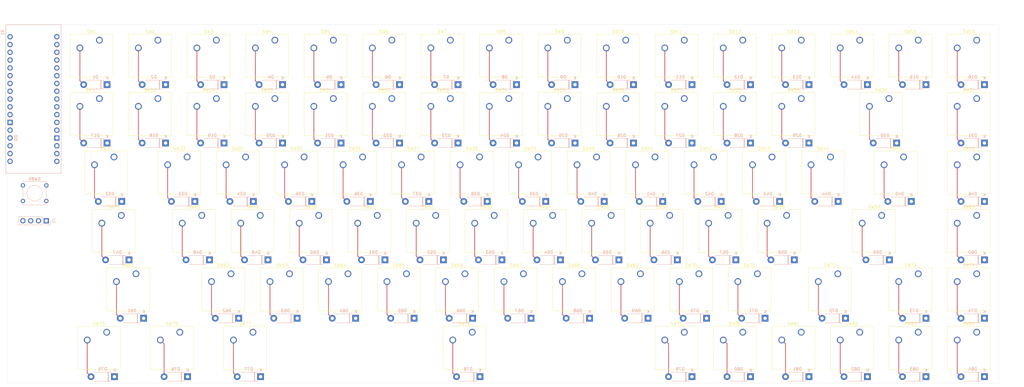
<source format=kicad_pcb>
(kicad_pcb (version 20240108) (generator "pcbnew") (generator_version "8.0")
  (layers (0 "F.Cu" signal) (31 "B.Cu" signal) (34 "B.Paste" user) (35 "F.Paste" user) (36 "B.SilkS" user "B.Silkscreen") (37 "F.SilkS" user "F.Silkscreen") (38 "B.Mask" user) (39 "F.Mask" user) (44 "Edge.Cuts" user))
  (net 0 "")
  (net 1 "ROW0")
  (net 2 "Net-(D1-A)")
  (net 3 "Net-(D2-A)")
  (net 4 "Net-(D3-A)")
  (net 5 "ROW1")
  (net 6 "Net-(D4-A)")
  (net 7 "COL0")
  (net 8 "COL1")
  (net 9 "Net-(D5-A)")
  (net 10 "Net-(D6-A)")
  (net 11 "Net-(D7-A)")
  (net 12 "Net-(D8-A)")
  (net 13 "Net-(D9-A)")
  (net 14 "Net-(D10-A)")
  (net 15 "Net-(D11-A)")
  (net 16 "Net-(D12-A)")
  (net 17 "Net-(D13-A)")
  (net 18 "Net-(D14-A)")
  (net 19 "Net-(D15-A)")
  (net 20 "Net-(D16-A)")
  (net 21 "Net-(D17-A)")
  (net 22 "Net-(D18-A)")
  (net 23 "Net-(D19-A)")
  (net 24 "Net-(D20-A)")
  (net 25 "Net-(D21-A)")
  (net 26 "Net-(D22-A)")
  (net 27 "Net-(D23-A)")
  (net 28 "Net-(D24-A)")
  (net 29 "Net-(D25-A)")
  (net 30 "Net-(D26-A)")
  (net 31 "Net-(D27-A)")
  (net 32 "Net-(D28-A)")
  (net 33 "Net-(D29-A)")
  (net 34 "Net-(D30-A)")
  (net 35 "Net-(D31-A)")
  (net 36 "ROW2")
  (net 37 "Net-(D32-A)")
  (net 38 "Net-(D33-A)")
  (net 39 "Net-(D34-A)")
  (net 40 "Net-(D35-A)")
  (net 41 "Net-(D36-A)")
  (net 42 "Net-(D37-A)")
  (net 43 "Net-(D38-A)")
  (net 44 "Net-(D39-A)")
  (net 45 "Net-(D40-A)")
  (net 46 "Net-(D41-A)")
  (net 47 "Net-(D42-A)")
  (net 48 "Net-(D43-A)")
  (net 49 "Net-(D44-A)")
  (net 50 "Net-(D45-A)")
  (net 51 "Net-(D46-A)")
  (net 52 "Net-(D47-A)")
  (net 53 "ROW3")
  (net 54 "Net-(D48-A)")
  (net 55 "Net-(D49-A)")
  (net 56 "Net-(D50-A)")
  (net 57 "Net-(D51-A)")
  (net 58 "Net-(D52-A)")
  (net 59 "Net-(D53-A)")
  (net 60 "Net-(D54-A)")
  (net 61 "Net-(D55-A)")
  (net 62 "Net-(D56-A)")
  (net 63 "Net-(D57-A)")
  (net 64 "Net-(D58-A)")
  (net 65 "Net-(D59-A)")
  (net 66 "Net-(D60-A)")
  (net 67 "ROW4")
  (net 68 "Net-(D61-A)")
  (net 69 "Net-(D62-A)")
  (net 70 "Net-(D63-A)")
  (net 71 "Net-(D64-A)")
  (net 72 "Net-(D65-A)")
  (net 73 "Net-(D66-A)")
  (net 74 "Net-(D67-A)")
  (net 75 "Net-(D68-A)")
  (net 76 "Net-(D69-A)")
  (net 77 "Net-(D70-A)")
  (net 78 "Net-(D71-A)")
  (net 79 "Net-(D72-A)")
  (net 80 "Net-(D73-A)")
  (net 81 "Net-(D74-A)")
  (net 82 "ROW5")
  (net 83 "Net-(D75-A)")
  (net 84 "Net-(D76-A)")
  (net 85 "Net-(D77-A)")
  (net 86 "Net-(D78-A)")
  (net 87 "Net-(D79-A)")
  (net 88 "Net-(D80-A)")
  (net 89 "Net-(D81-A)")
  (net 90 "Net-(D82-A)")
  (net 91 "Net-(D83-A)")
  (net 92 "Net-(D84-A)")
  (net 93 "COL2")
  (net 94 "COL3")
  (net 95 "COL4")
  (net 96 "COL5")
  (net 97 "COL6")
  (net 98 "COL7")
  (net 99 "COL8")
  (net 100 "COL9")
  (net 101 "COL10")
  (net 102 "COL11")
  (net 103 "COL12")
  (net 104 "COL13")
  (net 105 "COL14")
  (net 106 "COL15")
  (net 107 "/RX")
  (net 108 "/TX")
  (net 109 "GND")
  (net 110 "VCC")
  (net 111 "Net-(A1-RESET-PadRST1)")
  (footprint "my_cherry:SW_Cherry_MX_1.00u_PCB" (layer "F.Cu") (at 228.55 69.15)
    (property "Reference" "SW26")
    (property "Value" "SW_Push")
  )
  (footprint "my_cherry:SW_Cherry_MX_1.00u_PCB" (layer "F.Cu") (at 266.65 50.1)
    (property "Reference" "SW12")
    (property "Value" "SW_Push")
  )
  (footprint "my_cherry:SW_Cherry_MX_1.00u_PCB" (layer "F.Cu") (at 99.9625 126.3)
    (property "Reference" "SW62")
    (property "Value" "SW_Push")
  )
  (footprint "my_cherry:SW_Cherry_MX_1.00u_PCB" (layer "F.Cu") (at 323.8 50.1)
    (property "Reference" "SW15")
    (property "Value" "SW_Push")
  )
  (footprint "my_cherry:SW_Cherry_MX_1.00u_PCB" (layer "F.Cu") (at 342.85 145.35)
    (property "Reference" "SW84")
    (property "Value" "SW_Push")
  )
  (footprint "my_cherry:SW_Cherry_MX_1.00u_PCB" (layer "F.Cu") (at 161.875 88.2)
    (property "Reference" "SW37")
    (property "Value" "SW_Push")
  )
  (footprint "my_cherry:SW_Cherry_MX_1.00u_PCB" (layer "F.Cu") (at 178.54375 145.35)
    (property "Reference" "SW78")
    (property "Value" "SW_Push")
  )
  (footprint "my_cherry:SW_Cherry_MX_1.00u_PCB" (layer "F.Cu") (at 185.6875 107.25)
    (property "Reference" "SW53")
    (property "Value" "SW_Push")
  )
  (footprint "my_cherry:SW_Cherry_MX_1.00u_PCB" (layer "F.Cu") (at 214.2625 126.3)
    (property "Reference" "SW68")
    (property "Value" "SW_Push")
  )
  (footprint "my_cherry:SW_Cherry_MX_1.00u_PCB" (layer "F.Cu") (at 285.7 69.15)
    (property "Reference" "SW29")
    (property "Value" "SW_Push")
  )
  (footprint "my_cherry:SW_Cherry_MX_1.00u_PCB" (layer "F.Cu") (at 104.725 88.2)
    (property "Reference" "SW34")
    (property "Value" "SW_Push")
  )
  (footprint "my_cherry:SW_Cherry_MX_1.00u_PCB" (layer "F.Cu") (at 190.45 69.15)
    (property "Reference" "SW24")
    (property "Value" "SW_Push")
  )
  (footprint "my_cherry:SW_Cherry_MX_1.00u_PCB" (layer "F.Cu") (at 61.8625 88.2)
    (property "Reference" "SW32")
    (property "Value" "SW_Push")
  )
  (footprint "my_cherry:SW_Cherry_MX_1.00u_PCB" (layer "F.Cu") (at 342.85 50.1)
    (property "Reference" "SW16")
    (property "Value" "SW_Push")
  )
  (footprint "my_cherry:SW_Cherry_MX_1.00u_PCB" (layer "F.Cu") (at 204.7375 107.25)
    (property "Reference" "SW54")
    (property "Value" "SW_Push")
  )
  (footprint "my_cherry:SW_Cherry_MX_1.00u_PCB" (layer "F.Cu") (at 142.825 88.2)
    (property "Reference" "SW36")
    (property "Value" "SW_Push")
  )
  (footprint "my_cherry:SW_Cherry_MX_1.00u_PCB" (layer "F.Cu") (at 152.35 50.1)
    (property "Reference" "SW6")
    (property "Value" "SW_Push")
  )
  (footprint "my_cherry:SW_Cherry_MX_1.00u_PCB" (layer "F.Cu") (at 295.225 88.2)
    (property "Reference" "SW44")
    (property "Value" "SW_Push")
  )
  (footprint "my_cherry:SW_Cherry_MX_1.00u_PCB" (layer "F.Cu") (at 209.5 50.1)
    (property "Reference" "SW9")
    (property "Value" "SW_Push")
  )
  (footprint "my_cherry:SW_Cherry_MX_1.00u_PCB" (layer "F.Cu") (at 147.5875 107.25)
    (property "Reference" "SW51")
    (property "Value" "SW_Push")
  )
  (footprint "my_cherry:SW_Cherry_MX_1.00u_PCB" (layer "F.Cu") (at 319.0375 88.2)
    (property "Reference" "SW45")
    (property "Value" "SW_Push")
  )
  (footprint "my_cherry:SW_Cherry_MX_1.00u_PCB" (layer "F.Cu") (at 166.6375 107.25)
    (property "Reference" "SW52")
    (property "Value" "SW_Push")
  )
  (footprint "my_cherry:SW_Cherry_MX_1.00u_PCB" (layer "F.Cu") (at 280.9375 107.25)
    (property "Reference" "SW58")
    (property "Value" "SW_Push")
  )
  (footprint "my_cherry:SW_Cherry_MX_1.00u_PCB" (layer "F.Cu") (at 176.1625 126.3)
    (property "Reference" "SW66")
    (property "Value" "SW_Push")
  )
  (footprint "my_cherry:SW_Cherry_MX_1.00u_PCB" (layer "F.Cu") (at 85.675 88.2)
    (property "Reference" "SW33")
    (property "Value" "SW_Push")
  )
  (footprint "my_cherry:SW_Cherry_MX_1.00u_PCB" (layer "F.Cu") (at 304.75 50.1)
    (property "Reference" "SW14")
    (property "Value" "SW_Push")
  )
  (footprint "my_cherry:SW_Cherry_MX_1.00u_PCB" (layer "F.Cu") (at 107.10625 145.35)
    (property "Reference" "SW77")
    (property "Value" "SW_Push")
  )
  (footprint "my_cherry:SW_Cherry_MX_1.00u_PCB" (layer "F.Cu") (at 271.4125 126.3)
    (property "Reference" "SW71")
    (property "Value" "SW_Push")
  )
  (footprint "my_cherry:SW_Cherry_MX_1.00u_PCB" (layer "F.Cu") (at 114.25 69.15)
    (property "Reference" "SW20")
    (property "Value" "SW_Push")
  )
  (footprint "my_cherry:SW_Cherry_MX_1.00u_PCB" (layer "F.Cu") (at 199.975 88.2)
    (property "Reference" "SW39")
    (property "Value" "SW_Push")
  )
  (footprint "my_cherry:SW_Cherry_MX_1.00u_PCB" (layer "F.Cu") (at 323.8 145.35)
    (property "Reference" "SW83")
    (property "Value" "SW_Push")
  )
  (footprint "my_cherry:SW_Cherry_MX_1.00u_PCB" (layer "F.Cu") (at 180.925 88.2)
    (property "Reference" "SW38")
    (property "Value" "SW_Push")
  )
  (footprint "my_cherry:SW_Cherry_MX_1.00u_PCB" (layer "F.Cu") (at 266.65 145.35)
    (property "Reference" "SW80")
    (property "Value" "SW_Push")
  )
  (footprint "my_cherry:SW_Cherry_MX_1.00u_PCB" (layer "F.Cu") (at 90.4375 107.25)
    (property "Reference" "SW48")
    (property "Value" "SW_Push")
  )
  (footprint "my_cherry:SW_Cherry_MX_1.00u_PCB" (layer "F.Cu") (at 247.6 145.35)
    (property "Reference" "SW79")
    (property "Value" "SW_Push")
  )
  (footprint "my_cherry:SW_Cherry_MX_1.00u_PCB" (layer "F.Cu") (at 123.775 88.2)
    (property "Reference" "SW35")
    (property "Value" "SW_Push")
  )
  (footprint "my_cherry:SW_Cherry_MX_1.00u_PCB" (layer "F.Cu") (at 171.4 69.15)
    (property "Reference" "SW23")
    (property "Value" "SW_Push")
  )
  (footprint "my_cherry:SW_Cherry_MX_1.00u_PCB" (layer "F.Cu") (at 276.175 88.2)
    (property "Reference" "SW43")
    (property "Value" "SW_Push")
  )
  (footprint "my_cherry:SW_Cherry_MX_1.00u_PCB" (layer "F.Cu") (at 190.45 50.1)
    (property "Reference" "SW8")
    (property "Value" "SW_Push")
  )
  (footprint "my_cherry:SW_Cherry_MX_1.00u_PCB" (layer "F.Cu") (at 233.3125 126.3)
    (property "Reference" "SW69")
    (property "Value" "SW_Push")
  )
  (footprint "my_cherry:SW_Cherry_MX_1.00u_PCB" (layer "F.Cu") (at 133.3 69.15)
    (property "Reference" "SW21")
    (property "Value" "SW_Push")
  )
  (footprint "my_cherry:SW_Cherry_MX_1.00u_PCB" (layer "F.Cu") (at 133.3 50.1)
    (property "Reference" "SW5")
    (property "Value" "SW_Push")
  )
  (footprint "my_cherry:SW_Cherry_MX_1.00u_PCB" (layer "F.Cu") (at 314.275 69.15)
    (property "Reference" "SW30")
    (property "Value" "SW_Push")
  )
  (footprint "my_cherry:SW_Cherry_MX_1.00u_PCB" (layer "F.Cu") (at 297.60625 126.3)
    (property "Reference" "SW72")
    (property "Value" "SW_Push")
  )
  (footprint "my_cherry:SW_Cherry_MX_1.00u_PCB" (layer "F.Cu") (at 59.48125 145.35)
    (property "Reference" "SW75")
    (property "Value" "SW_Push")
  )
  (footprint "my_cherry:SW_Cherry_MX_1.00u_PCB" (layer "F.Cu") (at 76.15 50.1)
    (property "Reference" "SW2")
    (property "Value" "SW_Push")
  )
  (footprint "my_cherry:SW_Cherry_MX_1.00u_PCB" (layer "F.Cu") (at 228.55 50.1)
    (property "Reference" "SW10")
    (property "Value" "SW_Push")
  )
  (footprint "my_cherry:SW_Cherry_MX_1.00u_PCB" (layer "F.Cu") (at 342.85 107.25)
    (property "Reference" "SW60")
    (property "Value" "SW_Push")
  )
  (footprint "my_cherry:SW_Cherry_MX_1.00u_PCB" (layer "F.Cu") (at 247.6 50.1)
    (property "Reference" "SW11")
    (property "Value" "SW_Push")
  )
  (footprint "my_cherry:SW_Cherry_MX_1.00u_PCB" (layer "F.Cu") (at 266.65 69.15)
    (property "Reference" "SW28")
    (property "Value" "SW_Push")
  )
  (footprint "my_cherry:SW_Cherry_MX_1.00u_PCB" (layer "F.Cu") (at 195.2125 126.3)
    (property "Reference" "SW67")
    (property "Value" "SW_Push")
  )
  (footprint "my_cherry:SW_Cherry_MX_1.00u_PCB" (layer "F.Cu") (at 64.24375 107.25)
    (property "Reference" "SW47")
    (property "Value" "SW_Push")
  )
  (footprint "my_cherry:SW_Cherry_MX_1.00u_PCB" (layer "F.Cu") (at 209.5 69.15)
    (property "Reference" "SW25")
    (property "Value" "SW_Push")
  )
  (footprint "my_cherry:SW_Cherry_MX_1.00u_PCB" (layer "F.Cu") (at 342.85 126.3)
    (property "Reference" "SW74")
    (property "Value" "SW_Push")
  )
  (footprint "my_cherry:SW_Cherry_MX_1.00u_PCB" (layer "F.Cu") (at 304.75 145.35)
    (property "Reference" "SW82")
    (property "Value" "SW_Push")
  )
  (footprint "my_cherry:SW_Cherry_MX_1.00u_PCB" (layer "F.Cu") (at 119.0125 126.3)
    (property "Reference" "SW63")
    (property "Value" "SW_Push")
  )
  (footprint "my_cherry:SW_Cherry_MX_1.00u_PCB" (layer "F.Cu") (at 128.5375 107.25)
    (property "Reference" "SW50")
    (property "Value" "SW_Push")
  )
  (footprint "my_cherry:SW_Cherry_MX_1.00u_PCB" (layer "F.Cu") (at 57.1 50.1)
    (property "Reference" "SW1")
    (property "Value" "SW_Push")
  )
  (footprint "my_cherry:SW_Cherry_MX_1.00u_PCB" (layer "F.Cu") (at 57.1 69.15)
    (property "Reference" "SW17")
    (property "Value" "SW_Push")
  )
  (footprint "my_cherry:SW_Cherry_MX_1.00u_PCB" (layer "F.Cu") (at 242.8375 107.25)
    (property "Reference" "SW56")
    (property "Value" "SW_Push")
  )
  (footprint "my_cherry:SW_Cherry_MX_1.00u_PCB" (layer "F.Cu") (at 285.7 50.1)
    (property "Reference" "SW13")
    (property "Value" "SW_Push")
  )
  (footprint "my_cherry:SW_Cherry_MX_1.00u_PCB" (layer "F.Cu") (at 114.25 50.1)
    (property "Reference" "SW4")
    (property "Value" "SW_Push")
  )
  (footprint "my_cherry:SW_Cherry_MX_1.00u_PCB" (layer "F.Cu") (at 76.15 69.15)
    (property "Reference" "SW18")
    (property "Value" "SW_Push")
  )
  (footprint "my_cherry:SW_Cherry_MX_1.00u_PCB" (layer "F.Cu") (at 171.4 50.1)
    (property "Reference" "SW7")
    (property "Value" "SW_Push")
  )
  (footprint "my_cherry:SW_Cherry_MX_1.00u_PCB" (layer "F.Cu") (at 152.35 69.15)
    (property "Reference" "SW22")
    (property "Value" "SW_Push")
  )
  (footprint "my_cherry:SW_Cherry_MX_1.00u_PCB" (layer "F.Cu") (at 323.8 126.3)
    (property "Reference" "SW73")
    (property "Value" "SW_Push")
  )
  (footprint "my_cherry:SW_Cherry_MX_1.00u_PCB" (layer "F.Cu") (at 69.00625 126.3)
    (property "Reference" "SW61")
    (property "Value" "SW_Push")
  )
  (footprint "my_cherry:SW_Cherry_MX_1.00u_PCB" (layer "F.Cu") (at 247.6 69.15)
    (property "Reference" "SW27")
    (property "Value" "SW_Push")
  )
  (footprint "my_cherry:SW_Cherry_MX_1.00u_PCB" (layer "F.Cu") (at 157.1125 126.3)
    (property "Reference" "SW65")
    (property "Value" "SW_Push")
  )
  (footprint "my_cherry:SW_Cherry_MX_1.00u_PCB" (layer "F.Cu") (at 83.29375 145.35)
    (property "Reference" "SW76")
    (property "Value" "SW_Push")
  )
  (footprint "my_cherry:SW_Cherry_MX_1.00u_PCB" (layer "F.Cu") (at 238.075 88.2)
    (property "Reference" "SW41")
    (property "Value" "SW_Push")
  )
  (footprint "my_cherry:SW_Cherry_MX_1.00u_PCB" (layer "F.Cu") (at 261.8875 107.25)
    (property "Reference" "SW57")
    (property "Value" "SW_Push")
  )
  (footprint "my_cherry:SW_Cherry_MX_1.00u_PCB" (layer "F.Cu") (at 138.0625 126.3)
    (property "Reference" "SW64")
    (property "Value" "SW_Push")
  )
  (footprint "my_cherry:SW_Cherry_MX_1.00u_PCB" (layer "F.Cu") (at 95.2 69.15)
    (property "Reference" "SW19")
    (property "Value" "SW_Push")
  )
  (footprint "my_cherry:SW_Cherry_MX_1.00u_PCB" (layer "F.Cu") (at 223.7875 107.25)
    (property "Reference" "SW55")
    (property "Value" "SW_Push")
  )
  (footprint "my_cherry:SW_Cherry_MX_1.00u_PCB" (layer "F.Cu") (at 109.4875 107.25)
    (property "Reference" "SW49")
    (property "Value" "SW_Push")
  )
  (footprint "my_cherry:SW_Cherry_MX_1.00u_PCB" (layer "F.Cu") (at 311.89375 107.25)
    (property "Reference" "SW59")
    (property "Value" "SW_Push")
  )
  (footprint "my_cherry:SW_Cherry_MX_1.00u_PCB" (layer "F.Cu") (at 342.85 88.2)
    (property "Reference" "SW46")
    (property "Value" "SW_Push")
  )
  (footprint "my_cherry:SW_Cherry_MX_1.00u_PCB" (layer "F.Cu") (at 252.3625 126.3)
    (property "Reference" "SW70")
    (property "Value" "SW_Push")
  )
  (footprint "my_cherry:SW_Cherry_MX_1.00u_PCB" (layer "F.Cu") (at 95.2 50.1)
    (property "Reference" "SW3")
    (property "Value" "SW_Push")
  )
  (footprint "my_cherry:SW_Cherry_MX_1.00u_PCB" (layer "F.Cu") (at 342.85 69.15)
    (property "Reference" "SW31")
    (property "Value" "SW_Push")
  )
  (footprint "my_cherry:SW_Cherry_MX_1.00u_PCB" (layer "F.Cu") (at 285.7 145.35)
    (property "Reference" "SW81")
    (property "Value" "SW_Push")
  )
  (footprint "my_cherry:SW_Cherry_MX_1.00u_PCB" (layer "F.Cu") (at 219.025 88.2)
    (property "Reference" "SW40")
    (property "Value" "SW_Push")
  )
  (footprint "my_cherry:SW_Cherry_MX_1.00u_PCB" (layer "F.Cu") (at 257.125 88.2)
    (property "Reference" "SW42")
    (property "Value" "SW_Push")
  )
  (footprint "Diode_THT:D_DO-41_SOD81_P7.62mm_Horizontal" (layer "B.Cu") (at 188.1875 121.75 180)
    (property "Reference" "D53")
    (property "Value" "D")
  )
  (footprint "Diode_THT:D_DO-41_SOD81_P7.62mm_Horizontal" (layer "B.Cu") (at 173.9 83.65 180)
    (property "Reference" "D23")
    (property "Value" "D")
  )
  (footprint "Diode_THT:D_DO-41_SOD81_P7.62mm_Horizontal" (layer "B.Cu") (at 288.2 83.65 180)
    (property "Reference" "D29")
    (property "Value" "D")
  )
  (footprint "Diode_THT:D_DO-41_SOD81_P7.62mm_Horizontal" (layer "B.Cu") (at 92.9375 121.75 180)
    (property "Reference" "D48")
    (property "Value" "D")
  )
  (footprint "Diode_THT:D_DO-41_SOD81_P7.62mm_Horizontal" (layer "B.Cu") (at 345.35 121.75 180)
    (property "Reference" "D60")
    (property "Value" "D")
  )
  (footprint "Diode_THT:D_DO-41_SOD81_P7.62mm_Horizontal" (layer "B.Cu") (at 107.225 102.7 180)
    (property "Reference" "D34")
    (property "Value" "D")
  )
  (footprint "Diode_THT:D_DO-41_SOD81_P7.62mm_Horizontal" (layer "B.Cu") (at 59.6 64.6 180)
    (property "Reference" "D1")
    (property "Value" "D")
  )
  (footprint "Diode_THT:D_DO-41_SOD81_P7.62mm_Horizontal" (layer "B.Cu") (at 278.675 102.7 180)
    (property "Reference" "D43")
    (property "Value" "D")
  )
  (footprint "Diode_THT:D_DO-41_SOD81_P7.62mm_Horizontal" (layer "B.Cu") (at 269.15 64.6 180)
    (property "Reference" "D12")
    (property "Value" "D")
  )
  (footprint "Diode_THT:D_DO-41_SOD81_P7.62mm_Horizontal" (layer "B.Cu") (at 326.3 140.8 180)
    (property "Reference" "D73")
    (property "Value" "D")
  )
  (footprint "Diode_THT:D_DO-41_SOD81_P7.62mm_Horizontal" (layer "B.Cu") (at 192.95 83.65 180)
    (property "Reference" "D24")
    (property "Value" "D")
  )
  (footprint "Diode_THT:D_DO-41_SOD81_P7.62mm_Horizontal" (layer "B.Cu") (at 221.525 102.7 180)
    (property "Reference" "D40")
    (property "Value" "D")
  )
  (footprint "Diode_THT:D_DO-41_SOD81_P7.62mm_Horizontal" (layer "B.Cu") (at 102.4625 140.8 180)
    (property "Reference" "D62")
    (property "Value" "D")
  )
  (footprint "Diode_THT:D_DO-41_SOD81_P7.62mm_Horizontal" (layer "B.Cu") (at 345.35 159.85 180)
    (property "Reference" "D84")
    (property "Value" "D")
  )
  (footprint "Diode_THT:D_DO-41_SOD81_P7.62mm_Horizontal" (layer "B.Cu") (at 145.325 102.7 180)
    (property "Reference" "D36")
    (property "Value" "D")
  )
  (footprint "Diode_THT:D_DO-41_SOD81_P7.62mm_Horizontal" (layer "B.Cu") (at 85.79375 159.85 180)
    (property "Reference" "D76")
    (property "Value" "D")
  )
  (footprint "Diode_THT:D_DO-41_SOD81_P7.62mm_Horizontal" (layer "B.Cu") (at 235.8125 140.8 180)
    (property "Reference" "D69")
    (property "Value" "D")
  )
  (footprint "Connector_PinHeader_2.54mm:PinHeader_1x04_P2.54mm_Vertical" (layer "B.Cu") (at 39.8 109 90)
    (property "Reference" "J1")
    (property "Value" "Conn_01x04")
  )
  (footprint "Diode_THT:D_DO-41_SOD81_P7.62mm_Horizontal" (layer "B.Cu") (at 135.8 64.6 180)
    (property "Reference" "D5")
    (property "Value" "D")
  )
  (footprint "Diode_THT:D_DO-41_SOD81_P7.62mm_Horizontal" (layer "B.Cu") (at 183.425 102.7 180)
    (property "Reference" "D38")
    (property "Value" "D")
  )
  (footprint "Diode_THT:D_DO-41_SOD81_P7.62mm_Horizontal" (layer "B.Cu") (at 135.8 83.65 180)
    (property "Reference" "D21")
    (property "Value" "D")
  )
  (footprint "Diode_THT:D_DO-41_SOD81_P7.62mm_Horizontal" (layer "B.Cu") (at 316.775 83.65 180)
    (property "Reference" "D30")
    (property "Value" "D")
  )
  (footprint "Button_Switch_THT:SW_Tactile_Straight_KSA0Axx1LFTR" (layer "B.Cu") (at 39.81 97.46 180)
    (property "Reference" "SW85")
    (property "Value" "SW_Push")
  )
  (footprint "Diode_THT:D_DO-41_SOD81_P7.62mm_Horizontal" (layer "B.Cu") (at 231.05 64.6 180)
    (property "Reference" "D10")
    (property "Value" "D")
  )
  (footprint "Diode_THT:D_DO-41_SOD81_P7.62mm_Horizontal" (layer "B.Cu") (at 345.35 64.6 180)
    (property "Reference" "D16")
    (property "Value" "D")
  )
  (footprint "Diode_THT:D_DO-41_SOD81_P7.62mm_Horizontal" (layer "B.Cu") (at 269.15 83.65 180)
    (property "Reference" "D28")
    (property "Value" "D")
  )
  (footprint "Diode_THT:D_DO-41_SOD81_P7.62mm_Horizontal" (layer "B.Cu") (at 250.1 64.6 180)
    (property "Reference" "D11")
    (property "Value" "D")
  )
  (footprint "Diode_THT:D_DO-41_SOD81_P7.62mm_Horizontal" (layer "B.Cu") (at 202.475 102.7 180)
    (property "Reference" "D39")
    (property "Value" "D")
  )
  (footprint "Diode_THT:D_DO-41_SOD81_P7.62mm_Horizontal" (layer "B.Cu") (at 307.25 159.85 180)
    (property "Reference" "D82")
    (property "Value" "D")
  )
  (footprint "Diode_THT:D_DO-41_SOD81_P7.62mm_Horizontal" (layer "B.Cu") (at 345.35 140.8 180)
    (property "Reference" "D74")
    (property "Value" "D")
  )
  (footprint "Diode_THT:D_DO-41_SOD81_P7.62mm_Horizontal" (layer "B.Cu") (at 314.39375 121.75 180)
    (property "Reference" "D59")
    (property "Value" "D")
  )
  (footprint "Diode_THT:D_DO-41_SOD81_P7.62mm_Horizontal" (layer "B.Cu") (at 259.625 102.7 180)
    (property "Reference" "D42")
    (property "Value" "D")
  )
  (footprint "Diode_THT:D_DO-41_SOD81_P7.62mm_Horizontal" (layer "B.Cu") (at 288.2 64.6 180)
    (property "Reference" "D13")
    (property "Value" "D")
  )
  (footprint "Diode_THT:D_DO-41_SOD81_P7.62mm_Horizontal" (layer "B.Cu") (at 326.3 159.85 180)
    (property "Reference" "D83")
    (property "Value" "D")
  )
  (footprint "Diode_THT:D_DO-41_SOD81_P7.62mm_Horizontal" (layer "B.Cu") (at 226.2875 121.75 180)
    (property "Reference" "D55")
    (property "Value" "D")
  )
  (footprint "Diode_THT:D_DO-41_SOD81_P7.62mm_Horizontal" (layer "B.Cu") (at 240.575 102.7 180)
    (property "Reference" "D41")
    (property "Value" "D")
  )
  (footprint "Diode_THT:D_DO-41_SOD81_P7.62mm_Horizontal" (layer "B.Cu") (at 250.1 83.65 180)
    (property "Reference" "D27")
    (property "Value" "D")
  )
  (footprint "Diode_THT:D_DO-41_SOD81_P7.62mm_Horizontal" (layer "B.Cu") (at 345.35 102.7 180)
    (property "Reference" "D46")
    (property "Value" "D")
  )
  (footprint "Diode_THT:D_DO-41_SOD81_P7.62mm_Horizontal" (layer "B.Cu") (at 250.1 159.85 180)
    (property "Reference" "D79")
    (property "Value" "D")
  )
  (footprint "Diode_THT:D_DO-41_SOD81_P7.62mm_Horizontal" (layer "B.Cu") (at 300.10625 140.8 180)
    (property "Reference" "D72")
    (property "Value" "D")
  )
  (footprint "PCM_arduino-library:Arduino_Micro_Socket" (layer "B.Cu") (at 44.62 45.06 -90)
    (property "Reference" "A1")
    (property "Value" "Arduino_Micro_Socket")
  )
  (footprint "Diode_THT:D_DO-41_SOD81_P7.62mm_Horizontal" (layer "B.Cu") (at 273.9125 140.8 180)
    (property "Reference" "D71")
    (property "Value" "D")
  )
  (footprint "Diode_THT:D_DO-41_SOD81_P7.62mm_Horizontal" (layer "B.Cu") (at 126.275 102.7 180)
    (property "Reference" "D35")
    (property "Value" "D")
  )
  (footprint "Diode_THT:D_DO-41_SOD81_P7.62mm_Horizontal" (layer "B.Cu") (at 154.85 64.6 180)
    (property "Reference" "D6")
    (property "Value" "D")
  )
  (footprint "Diode_THT:D_DO-41_SOD81_P7.62mm_Horizontal" (layer "B.Cu") (at 181.04375 159.85 180)
    (property "Reference" "D78")
    (property "Value" "D")
  )
  (footprint "Diode_THT:D_DO-41_SOD81_P7.62mm_Horizontal" (layer "B.Cu") (at 154.85 83.65 180)
    (property "Reference" "D22")
    (property "Value" "D")
  )
  (footprint "Diode_THT:D_DO-41_SOD81_P7.62mm_Horizontal" (layer "B.Cu") (at 321.5375 102.7 180)
    (property "Reference" "D45")
    (property "Value" "D")
  )
  (footprint "Diode_THT:D_DO-41_SOD81_P7.62mm_Horizontal" (layer "B.Cu") (at 197.7125 140.8 180)
    (property "Reference" "D67")
    (property "Value" "D")
  )
  (footprint "Diode_THT:D_DO-41_SOD81_P7.62mm_Horizontal" (layer "B.Cu") (at 192.95 64.6 180)
    (property "Reference" "D8")
    (property "Value" "D")
  )
  (footprint "Diode_THT:D_DO-41_SOD81_P7.62mm_Horizontal" (layer "B.Cu") (at 216.7625 140.8 180)
    (property "Reference" "D68")
    (property "Value" "D")
  )
  (footprint "Diode_THT:D_DO-41_SOD81_P7.62mm_Horizontal" (layer "B.Cu") (at 207.2375 121.75 180)
    (property "Reference" "D54")
    (property "Value" "D")
  )
  (footprint "Diode_THT:D_DO-41_SOD81_P7.62mm_Horizontal" (layer "B.Cu") (at 88.175 102.7 180)
    (property "Reference" "D33")
    (property "Value" "D")
  )
  (footprint "Diode_THT:D_DO-41_SOD81_P7.62mm_Horizontal" (layer "B.Cu") (at 345.35 83.65 180)
    (property "Reference" "D31")
    (property "Value" "D")
  )
  (footprint "Diode_THT:D_DO-41_SOD81_P7.62mm_Horizontal" (layer "B.Cu") (at 116.75 83.65 180)
    (property "Reference" "D20")
    (property "Value" "D")
  )
  (footprint "Diode_THT:D_DO-41_SOD81_P7.62mm_Horizontal" (layer "B.Cu") (at 61.98125 159.85 180)
    (property "Reference" "D75")
    (property "Value" "D")
  )
  (footprint "Diode_THT:D_DO-41_SOD81_P7.62mm_Horizontal" (layer "B.Cu") (at 97.7 83.65 180)
    (property "Reference" "D19")
    (property "Value" "D")
  )
  (footprint "Diode_THT:D_DO-41_SOD81_P7.62mm_Horizontal" (layer "B.Cu") (at 326.3 64.6 180)
    (property "Reference" "D15")
    (property "Value" "D")
  )
  (footprint "Diode_THT:D_DO-41_SOD81_P7.62mm_Horizontal" (layer "B.Cu") (at 66.74375 121.75 180)
    (property "Reference" "D47")
    (property "Value" "D")
  )
  (footprint "Diode_THT:D_DO-41_SOD81_P7.62mm_Horizontal" (layer "B.Cu") (at 283.4375 121.75 180)
    (property "Reference" "D58")
    (property "Value" "D")
  )
  (footprint "Diode_THT:D_DO-41_SOD81_P7.62mm_Horizontal" (layer "B.Cu") (at 121.5125 140.8 180)
    (property "Reference" "D63")
    (property "Value" "D")
  )
  (footprint "Diode_THT:D_DO-41_SOD81_P7.62mm_Horizontal" (layer "B.Cu") (at 111.9875 121.75 180)
    (property "Reference" "D49")
    (property "Value" "D")
  )
  (footprint "Diode_THT:D_DO-41_SOD81_P7.62mm_Horizontal" (layer "B.Cu") (at 264.3875 121.75 180)
    (property "Reference" "D57")
    (property "Value" "D")
  )
  (footprint "Diode_THT:D_DO-41_SOD81_P7.62mm_Horizontal" (layer "B.Cu") (at 269.15 159.85 180)
    (property "Reference" "D80")
    (property "Value" "D")
  )
  (footprint "Diode_THT:D_DO-41_SOD81_P7.62mm_Horizontal" (layer "B.Cu") (at 307.25 64.6 180)
    (property "Reference" "D14")
    (property "Value" "D")
  )
  (footprint "Diode_THT:D_DO-41_SOD81_P7.62mm_Horizontal" (layer "B.Cu") (at 169.1375 121.75 180)
    (property "Reference" "D52")
    (property "Value" "D")
  )
  (footprint "Diode_THT:D_DO-41_SOD81_P7.62mm_Horizontal" (layer "B.Cu") (at 159.6125 140.8 180)
    (property "Reference" "D65")
    (property "Value" "D")
  )
  (footprint "Diode_THT:D_DO-41_SOD81_P7.62mm_Horizontal" (layer "B.Cu") (at 109.60625 159.85 180)
    (property "Reference" "D77")
    (property "Value" "D")
  )
  (footprint "Diode_THT:D_DO-41_SOD81_P7.62mm_Horizontal" (layer "B.Cu") (at 131.0375 121.75 180)
    (property "Reference" "D50")
    (property "Value" "D")
  )
  (footprint "Diode_THT:D_DO-41_SOD81_P7.62mm_Horizontal" (layer "B.Cu") (at 64.3625 102.7 180)
    (property "Reference" "D32")
    (property "Value" "D")
  )
  (footprint "Diode_THT:D_DO-41_SOD81_P7.62mm_Horizontal" (layer "B.Cu") (at 173.9 64.6 180)
    (property "Reference" "D7")
    (property "Value" "D")
  )
  (footprint "Diode_THT:D_DO-41_SOD81_P7.62mm_Horizontal" (layer "B.Cu") (at 178.6625 140.8 180)
    (property "Reference" "D66")
    (property "Value" "D")
  )
  (footprint "Diode_THT:D_DO-41_SOD81_P7.62mm_Horizontal" (layer "B.Cu") (at 288.2 159.85 180)
    (property "Reference" "D81")
    (property "Value" "D")
  )
  (footprint "Diode_THT:D_DO-41_SOD81_P7.62mm_Horizontal" (layer "B.Cu") (at 245.3375 121.75 180)
    (property "Reference" "D56")
    (property "Value" "D")
  )
  (footprint "Diode_THT:D_DO-41_SOD81_P7.62mm_Horizontal" (layer "B.Cu") (at 78.65 64.6 180)
    (property "Reference" "D2")
    (property "Value" "D")
  )
  (footprint "Diode_THT:D_DO-41_SOD81_P7.62mm_Horizontal" (layer "B.Cu") (at 140.5625 140.8 180)
    (property "Reference" "D64")
    (property "Value" "D")
  )
  (footprint "Diode_THT:D_DO-41_SOD81_P7.62mm_Horizontal" (layer "B.Cu") (at 212 83.65 180)
    (property "Reference" "D25")
    (property "Value" "D")
  )
  (footprint "Diode_THT:D_DO-41_SOD81_P7.62mm_Horizontal" (layer "B.Cu") (at 97.7 64.6 180)
    (property "Reference" "D3")
    (property "Value" "D")
  )
  (footprint "Diode_THT:D_DO-41_SOD81_P7.62mm_Horizontal" (layer "B.Cu") (at 59.6 83.65 180)
    (property "Reference" "D17")
    (property "Value" "D")
  )
  (footprint "Diode_THT:D_DO-41_SOD81_P7.62mm_Horizontal" (layer "B.Cu") (at 212 64.6 180)
    (property "Reference" "D9")
    (property "Value" "D")
  )
  (footprint "Diode_THT:D_DO-41_SOD81_P7.62mm_Horizontal" (layer "B.Cu") (at 116.75 64.6 180)
    (property "Reference" "D4")
    (property "Value" "D")
  )
  (footprint "Diode_THT:D_DO-41_SOD81_P7.62mm_Horizontal" (layer "B.Cu") (at 254.8625 140.8 180)
    (property "Reference" "D70")
    (property "Value" "D")
  )
  (footprint "Diode_THT:D_DO-41_SOD81_P7.62mm_Horizontal" (layer "B.Cu") (at 297.725 102.7 180)
    (property "Reference" "D44")
    (property "Value" "D")
  )
  (footprint "Diode_THT:D_DO-41_SOD81_P7.62mm_Horizontal" (layer "B.Cu") (at 78.65 83.65 180)
    (property "Reference" "D18")
    (property "Value" "D")
  )
  (footprint "Diode_THT:D_DO-41_SOD81_P7.62mm_Horizontal" (layer "B.Cu") (at 164.375 102.7 180)
    (property "Reference" "D37")
    (property "Value" "D")
  )
  (footprint "Diode_THT:D_DO-41_SOD81_P7.62mm_Horizontal" (layer "B.Cu") (at 150.0875 121.75 180)
    (property "Reference" "D51")
    (property "Value" "D")
  )
  (footprint "Diode_THT:D_DO-41_SOD81_P7.62mm_Horizontal" (layer "B.Cu") (at 71.50625 140.8 180)
    (property "Reference" "D61")
    (property "Value" "D")
  )
  (footprint "Diode_THT:D_DO-41_SOD81_P7.62mm_Horizontal" (layer "B.Cu") (at 231.05 83.65 180)
    (property "Reference" "D26")
    (property "Value" "D")
  )
  (gr_line (start 27 162) (end 350 162) (stroke (width 0.05)) (layer "Edge.Cuts"))
  (gr_line (start 27 162) (end 27 45) (stroke (width 0.05)) (layer "Edge.Cuts"))
  (gr_line (start 27 45) (end 350 45) (stroke (width 0.05)) (layer "Edge.Cuts"))
  (gr_line (start 350 45) (end 350 162) (stroke (width 0.05)) (layer "Edge.Cuts"))
  (segment (start 50.75 52.64) (end 50.75 63.37) (width 0.2) (layer "F.Cu") (net 2))
  (segment (start 50.75 63.37) (end 51.98 64.6) (width 0.2) (layer "F.Cu") (net 2))
  (segment (start 69.8 52.64) (end 69.8 63.37) (width 0.2) (layer "F.Cu") (net 3))
  (segment (start 69.8 63.37) (end 71.03 64.6) (width 0.2) (layer "F.Cu") (net 3))
  (segment (start 88.85 52.64) (end 88.85 63.37) (width 0.2) (layer "F.Cu") (net 4))
  (segment (start 88.85 63.37) (end 90.08 64.6) (width 0.2) (layer "F.Cu") (net 4))
  (segment (start 107.9 52.64) (end 107.9 63.37) (width 0.2) (layer "F.Cu") (net 6))
  (segment (start 107.9 63.37) (end 109.13 64.6) (width 0.2) (layer "F.Cu") (net 6))
  (segment (start 126.95 63.37) (end 128.18 64.6) (width 0.2) (layer "F.Cu") (net 9))
  (segment (start 126.95 52.64) (end 126.95 63.37) (width 0.2) (layer "F.Cu") (net 9))
  (segment (start 146 63.37) (end 147.23 64.6) (width 0.2) (layer "F.Cu") (net 10))
  (segment (start 146 52.64) (end 146 63.37) (width 0.2) (layer "F.Cu") (net 10))
  (segment (start 165.05 52.64) (end 165.05 63.37) (width 0.2) (layer "F.Cu") (net 11))
  (segment (start 165.05 63.37) (end 166.28 64.6) (width 0.2) (layer "F.Cu") (net 11))
  (segment (start 184.1 52.64) (end 184.1 63.37) (width 0.2) (layer "F.Cu") (net 12))
  (segment (start 184.1 63.37) (end 185.33 64.6) (width 0.2) (layer "F.Cu") (net 12))
  (segment (start 203.15 63.37) (end 204.38 64.6) (width 0.2) (layer "F.Cu") (net 13))
  (segment (start 203.15 52.64) (end 203.15 63.37) (width 0.2) (layer "F.Cu") (net 13))
  (segment (start 222.2 52.64) (end 222.2 63.37) (width 0.2) (layer "F.Cu") (net 14))
  (segment (start 222.2 63.37) (end 223.43 64.6) (width 0.2) (layer "F.Cu") (net 14))
  (segment (start 241.25 63.37) (end 242.48 64.6) (width 0.2) (layer "F.Cu") (net 15))
  (segment (start 241.25 52.64) (end 241.25 63.37) (width 0.2) (layer "F.Cu") (net 15))
  (segment (start 260.3 52.64) (end 260.3 63.37) (width 0.2) (layer "F.Cu") (net 16))
  (segment (start 260.3 63.37) (end 261.53 64.6) (width 0.2) (layer "F.Cu") (net 16))
  (segment (start 279.35 63.37) (end 280.58 64.6) (width 0.2) (layer "F.Cu") (net 17))
  (segment (start 279.35 52.64) (end 279.35 63.37) (width 0.2) (layer "F.Cu") (net 17))
  (segment (start 298.4 63.37) (end 299.63 64.6) (width 0.2) (layer "F.Cu") (net 18))
  (segment (start 298.4 52.64) (end 298.4 63.37) (width 0.2) (layer "F.Cu") (net 18))
  (segment (start 317.45 52.64) (end 317.45 63.37) (width 0.2) (layer "F.Cu") (net 19))
  (segment (start 317.45 63.37) (end 318.68 64.6) (width 0.2) (layer "F.Cu") (net 19))
  (segment (start 336.5 63.37) (end 337.73 64.6) (width 0.2) (layer "F.Cu") (net 20))
  (segment (start 336.5 52.64) (end 336.5 63.37) (width 0.2) (layer "F.Cu") (net 20))
  (segment (start 50.75 82.42) (end 51.98 83.65) (width 0.2) (layer "F.Cu") (net 21))
  (segment (start 50.75 71.69) (end 50.75 82.42) (width 0.2) (layer "F.Cu") (net 21))
  (segment (start 69.8 71.69) (end 69.8 82.42) (width 0.2) (layer "F.Cu") (net 22))
  (segment (start 69.8 82.42) (end 71.03 83.65) (width 0.2) (layer "F.Cu") (net 22))
  (segment (start 88.85 71.69) (end 88.85 82.42) (width 0.2) (layer "F.Cu") (net 23))
  (segment (start 88.85 82.42) (end 90.08 83.65) (width 0.2) (layer "F.Cu") (net 23))
  (segment (start 107.9 71.69) (end 107.9 82.42) (width 0.2) (layer "F.Cu") (net 24))
  (segment (start 107.9 82.42) (end 109.13 83.65) (width 0.2) (layer "F.Cu") (net 24))
  (segment (start 126.95 82.42) (end 128.18 83.65) (width 0.2) (layer "F.Cu") (net 25))
  (segment (start 126.95 71.69) (end 126.95 82.42) (width 0.2) (layer "F.Cu") (net 25))
  (segment (start 146 82.42) (end 147.23 83.65) (width 0.2) (layer "F.Cu") (net 26))
  (segment (start 146 71.69) (end 146 82.42) (width 0.2) (layer "F.Cu") (net 26))
  (segment (start 165.05 71.69) (end 165.05 82.42) (width 0.2) (layer "F.Cu") (net 27))
  (segment (start 165.05 82.42) (end 166.28 83.65) (width 0.2) (layer "F.Cu") (net 27))
  (segment (start 184.1 71.69) (end 184.1 82.42) (width 0.2) (layer "F.Cu") (net 28))
  (segment (start 184.1 82.42) (end 185.33 83.65) (width 0.2) (layer "F.Cu") (net 28))
  (segment (start 203.15 71.69) (end 203.15 82.42) (width 0.2) (layer "F.Cu") (net 29))
  (segment (start 203.15 82.42) (end 204.38 83.65) (width 0.2) (layer "F.Cu") (net 29))
  (segment (start 222.2 71.69) (end 222.2 82.42) (width 0.2) (layer "F.Cu") (net 30))
  (segment (start 222.2 82.42) (end 223.43 83.65) (width 0.2) (layer "F.Cu") (net 30))
  (segment (start 241.25 71.69) (end 241.25 82.42) (width 0.2) (layer "F.Cu") (net 31))
  (segment (start 241.25 82.42) (end 242.48 83.65) (width 0.2) (layer "F.Cu") (net 31))
  (segment (start 260.3 82.42) (end 261.53 83.65) (width 0.2) (layer "F.Cu") (net 32))
  (segment (start 260.3 71.69) (end 260.3 82.42) (width 0.2) (layer "F.Cu") (net 32))
  (segment (start 279.35 71.69) (end 279.35 82.42) (width 0.2) (layer "F.Cu") (net 33))
  (segment (start 279.35 82.42) (end 280.58 83.65) (width 0.2) (layer "F.Cu") (net 33))
  (segment (start 307.925 71.69) (end 307.925 82.42) (width 0.2) (layer "F.Cu") (net 34))
  (segment (start 307.925 82.42) (end 309.155 83.65) (width 0.2) (layer "F.Cu") (net 34))
  (segment (start 336.5 82.42) (end 337.73 83.65) (width 0.2) (layer "F.Cu") (net 35))
  (segment (start 336.5 71.69) (end 336.5 82.42) (width 0.2) (layer "F.Cu") (net 35))
  (segment (start 55.5125 101.47) (end 56.7425 102.7) (width 0.2) (layer "F.Cu") (net 37))
  (segment (start 55.5125 90.74) (end 55.5125 101.47) (width 0.2) (layer "F.Cu") (net 37))
  (segment (start 79.325 90.74) (end 79.325 101.47) (width 0.2) (layer "F.Cu") (net 38))
  (segment (start 79.325 101.47) (end 80.555 102.7) (width 0.2) (layer "F.Cu") (net 38))
  (segment (start 98.375 90.74) (end 98.375 101.47) (width 0.2) (layer "F.Cu") (net 39))
  (segment (start 98.375 101.47) (end 99.605 102.7) (width 0.2) (layer "F.Cu") (net 39))
  (segment (start 117.425 101.47) (end 118.655 102.7) (width 0.2) (layer "F.Cu") (net 40))
  (segment (start 117.425 90.74) (end 117.425 101.47) (width 0.2) (layer "F.Cu") (net 40))
  (segment (start 136.475 101.47) (end 137.705 102.7) (width 0.2) (layer "F.Cu") (net 41))
  (segment (start 136.475 90.74) (end 136.475 101.47) (width 0.2) (layer "F.Cu") (net 41))
  (segment (start 155.525 101.47) (end 156.755 102.7) (width 0.2) (layer "F.Cu") (net 42))
  (segment (start 155.525 90.74) (end 155.525 101.47) (width 0.2) (layer "F.Cu") (net 42))
  (segment (start 174.575 90.74) (end 174.575 101.47) (width 0.2) (layer "F.Cu") (net 43))
  (segment (start 174.575 101.47) (end 175.805 102.7) (width 0.2) (layer "F.Cu") (net 43))
  (segment (start 193.625 90.74) (end 193.625 101.47) (width 0.2) (layer "F.Cu") (net 44))
  (segment (start 193.625 101.47) (end 194.855 102.7) (width 0.2) (layer "F.Cu") (net 44))
  (segment (start 212.675 90.74) (end 212.675 101.47) (width 0.2) (layer "F.Cu") (net 45))
  (segment (start 212.675 101.47) (end 213.905 102.7) (width 0.2) (layer "F.Cu") (net 45))
  (segment (start 231.725 101.47) (end 232.955 102.7) (width 0.2) (layer "F.Cu") (net 46))
  (segment (start 231.725 90.74) (end 231.725 101.47) (width 0.2) (layer "F.Cu") (net 46))
  (segment (start 250.775 90.74) (end 250.775 101.47) (width 0.2) (layer "F.Cu") (net 47))
  (segment (start 250.775 101.47) (end 252.005 102.7) (width 0.2) (layer "F.Cu") (net 47))
  (segment (start 269.825 90.74) (end 269.825 101.47) (width 0.2) (layer "F.Cu") (net 48))
  (segment (start 269.825 101.47) (end 271.055 102.7) (width 0.2) (layer "F.Cu") (net 48))
  (segment (start 288.875 90.74) (end 288.875 101.47) (width 0.2) (layer "F.Cu") (net 49))
  (segment (start 288.875 101.47) (end 290.105 102.7) (width 0.2) (layer "F.Cu") (net 49))
  (segment (start 312.6875 101.47) (end 313.9175 102.7) (width 0.2) (layer "F.Cu") (net 50))
  (segment (start 312.6875 90.74) (end 312.6875 101.47) (width 0.2) (layer "F.Cu") (net 50))
  (segment (start 336.5 90.74) (end 336.5 101.47) (width 0.2) (layer "F.Cu") (net 51))
  (segment (start 336.5 101.47) (end 337.73 102.7) (width 0.2) (layer "F.Cu") (net 51))
  (segment (start 57.89375 120.52) (end 59.12375 121.75) (width 0.2) (layer "F.Cu") (net 52))
  (segment (start 57.89375 109.79) (end 57.89375 120.52) (width 0.2) (layer "F.Cu") (net 52))
  (segment (start 84.0875 120.52) (end 85.3175 121.75) (width 0.2) (layer "F.Cu") (net 54))
  (segment (start 84.0875 109.79) (end 84.0875 120.52) (width 0.2) (layer "F.Cu") (net 54))
  (segment (start 103.1375 120.52) (end 104.3675 121.75) (width 0.2) (layer "F.Cu") (net 55))
  (segment (start 103.1375 109.79) (end 103.1375 120.52) (width 0.2) (layer "F.Cu") (net 55))
  (segment (start 122.1875 109.79) (end 122.1875 120.52) (width 0.2) (layer "F.Cu") (net 56))
  (segment (start 122.1875 120.52) (end 123.4175 121.75) (width 0.2) (layer "F.Cu") (net 56))
  (segment (start 141.2375 120.52) (end 142.4675 121.75) (width 0.2) (layer "F.Cu") (net 57))
  (segment (start 141.2375 109.79) (end 141.2375 120.52) (width 0.2) (layer "F.Cu") (net 57))
  (segment (start 160.2875 109.79) (end 160.2875 120.52) (width 0.2) (layer "F.Cu") (net 58))
  (segment (start 160.2875 120.52) (end 161.5175 121.75) (width 0.2) (layer "F.Cu") (net 58))
  (segment (start 179.3375 109.79) (end 179.3375 120.52) (width 0.2) (layer "F.Cu") (net 59))
  (segment (start 179.3375 120.52) (end 180.5675 121.75) (width 0.2) (layer "F.Cu") (net 59))
  (segment (start 198.3875 109.79) (end 198.3875 120.52) (width 0.2) (layer "F.Cu") (net 60))
  (segment (start 198.3875 120.52) (end 199.6175 121.75) (width 0.2) (layer "F.Cu") (net 60))
  (segment (start 217.4375 120.52) (end 218.6675 121.75) (width 0.2) (layer "F.Cu") (net 61))
  (segment (start 217.4375 109.79) (end 217.4375 120.52) (width 0.2) (layer "F.Cu") (net 61))
  (segment (start 236.4875 120.52) (end 237.7175 121.75) (width 0.2) (layer "F.Cu") (net 62))
  (segment (start 236.4875 109.79) (end 236.4875 120.52) (width 0.2) (layer "F.Cu") (net 62))
  (segment (start 255.5375 109.79) (end 255.5375 120.52) (width 0.2) (layer "F.Cu") (net 63))
  (segment (start 255.5375 120.52) (end 256.7675 121.75) (width 0.2) (layer "F.Cu") (net 63))
  (segment (start 274.5875 109.79) (end 274.5875 120.52) (width 0.2) (layer "F.Cu") (net 64))
  (segment (start 274.5875 120.52) (end 275.8175 121.75) (width 0.2) (layer "F.Cu") (net 64))
  (segment (start 305.54375 109.79) (end 305.54375 120.52) (width 0.2) (layer "F.Cu") (net 65))
  (segment (start 305.54375 120.52) (end 306.77375 121.75) (width 0.2) (layer "F.Cu") (net 65))
  (segment (start 336.5 109.79) (end 336.5 120.52) (width 0.2) (layer "F.Cu") (net 66))
  (segment (start 336.5 120.52) (end 337.73 121.75) (width 0.2) (layer "F.Cu") (net 66))
  (segment (start 62.65625 128.84) (end 62.65625 139.57) (width 0.2) (layer "F.Cu") (net 68))
  (segment (start 62.65625 139.57) (end 63.88625 140.8) (width 0.2) (layer "F.Cu") (net 68))
  (segment (start 93.6125 139.57) (end 94.8425 140.8) (width 0.2) (layer "F.Cu") (net 69))
  (segment (start 93.6125 128.84) (end 93.6125 139.57) (width 0.2) (layer "F.Cu") (net 69))
  (segment (start 112.6625 128.84) (end 112.6625 139.57) (width 0.2) (layer "F.Cu") (net 70))
  (segment (start 112.6625 139.57) (end 113.8925 140.8) (width 0.2) (layer "F.Cu") (net 70))
  (segment (start 131.7125 128.84) (end 131.7125 139.57) (width 0.2) (layer "F.Cu") (net 71))
  (segment (start 131.7125 139.57) (end 132.9425 140.8) (width 0.2) (layer "F.Cu") (net 71))
  (segment (start 150.7625 139.57) (end 151.9925 140.8) (width 0.2) (layer "F.Cu") (net 72))
  (segment (start 150.7625 128.84) (end 150.7625 139.57) (width 0.2) (layer "F.Cu") (net 72))
  (segment (start 169.8125 139.57) (end 171.0425 140.8) (width 0.2) (layer "F.Cu") (net 73))
  (segment (start 169.8125 128.84) (end 169.8125 139.57) (width 0.2) (layer "F.Cu") (net 73))
  (segment (start 188.8625 128.84) (end 188.8625 139.57) (width 0.2) (layer "F.Cu") (net 74))
  (segment (start 188.8625 139.57) (end 190.0925 140.8) (width 0.2) (layer "F.Cu") (net 74))
  (segment (start 207.9125 139.57) (end 209.1425 140.8) (width 0.2) (layer "F.Cu") (net 75))
  (segment (start 207.9125 128.84) (end 207.9125 139.57) (width 0.2) (layer "F.Cu") (net 75))
  (segment (start 226.9625 128.84) (end 226.9625 139.57) (width 0.2) (layer "F.Cu") (net 76))
  (segment (start 226.9625 139.57) (end 228.1925 140.8) (width 0.2) (layer "F.Cu") (net 76))
  (segment (start 246.0125 128.84) (end 246.0125 139.57) (width 0.2) (layer "F.Cu") (net 77))
  (segment (start 246.0125 139.57) (end 247.2425 140.8) (width 0.2) (layer "F.Cu") (net 77))
  (segment (start 265.0625 128.84) (end 265.0625 139.57) (width 0.2) (layer "F.Cu") (net 78))
  (segment (start 265.0625 139.57) (end 266.2925 140.8) (width 0.2) (layer "F.Cu") (net 78))
  (segment (start 291.25625 128.84) (end 291.25625 139.57) (width 0.2) (layer "F.Cu") (net 79))
  (segment (start 291.25625 139.57) (end 292.48625 140.8) (width 0.2) (layer "F.Cu") (net 79))
  (segment (start 317.45 128.84) (end 317.45 139.57) (width 0.2) (layer "F.Cu") (net 80))
  (segment (start 317.45 139.57) (end 318.68 140.8) (width 0.2) (layer "F.Cu") (net 80))
  (segment (start 336.5 128.84) (end 336.5 139.57) (width 0.2) (layer "F.Cu") (net 81))
  (segment (start 336.5 139.57) (end 337.73 140.8) (width 0.2) (layer "F.Cu") (net 81))
  (segment (start 53.13125 158.62) (end 54.36125 159.85) (width 0.2) (layer "F.Cu") (net 83))
  (segment (start 53.13125 147.89) (end 53.13125 158.62) (width 0.2) (layer "F.Cu") (net 83))
  (segment (start 78.17375 149.12) (end 78.17375 159.85) (width 0.2) (layer "F.Cu") (net 84))
  (segment (start 76.94375 147.89) (end 78.17375 149.12) (width 0.2) (layer "F.Cu") (net 84))
  (segment (start 100.75625 147.89) (end 100.75625 158.62) (width 0.2) (layer "F.Cu") (net 85))
  (segment (start 100.75625 158.62) (end 101.98625 159.85) (width 0.2) (layer "F.Cu") (net 85))
  (segment (start 172.19375 158.62) (end 173.42375 159.85) (width 0.2) (layer "F.Cu") (net 86))
  (segment (start 172.19375 147.89) (end 172.19375 158.62) (width 0.2) (layer "F.Cu") (net 86))
  (segment (start 242.48 149.12) (end 242.48 159.85) (width 0.2) (layer "F.Cu") (net 87))
  (segment (start 241.25 147.89) (end 242.48 149.12) (width 0.2) (layer "F.Cu") (net 87))
  (segment (start 261.53 149.12) (end 261.53 159.85) (width 0.2) (layer "F.Cu") (net 88))
  (segment (start 260.3 147.89) (end 261.53 149.12) (width 0.2) (layer "F.Cu") (net 88))
  (segment (start 279.35 147.89) (end 280.58 149.12) (width 0.2) (layer "F.Cu") (net 89))
  (segment (start 280.58 149.12) (end 280.58 159.85) (width 0.2) (layer "F.Cu") (net 89))
  (segment (start 298.4 158.62) (end 299.63 159.85) (width 0.2) (layer "F.Cu") (net 90))
  (segment (start 298.4 147.89) (end 298.4 158.62) (width 0.2) (layer "F.Cu") (net 90))
  (segment (start 317.45 147.89) (end 317.45 158.62) (width 0.2) (layer "F.Cu") (net 91))
  (segment (start 317.45 158.62) (end 318.68 159.85) (width 0.2) (layer "F.Cu") (net 91))
  (segment (start 336.5 158.62) (end 337.73 159.85) (width 0.2) (layer "F.Cu") (net 92))
  (segment (start 336.5 147.89) (end 336.5 158.62) (width 0.2) (layer "F.Cu") (net 92))
)
</source>
